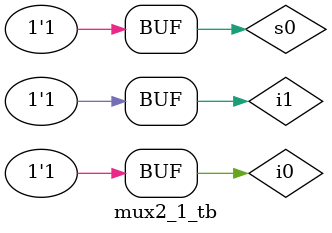
<source format=v>
module mux21_data(input i0,i1,s, output y );
	assign y = (~s&i0)|(s&i1);
endmodule

// Test bench

module mux2_1_tb;
reg s,i0,i1;
wire y;
mux2_1 dut(i0,i1,s,y);
initial
begin
s0=0; i0=0; i1=0;
#10;
s0=0; i0=0; i1=1;
#10;
s0=1; i0=1; i1=0;
#10
s0=1; i0=1; i1=1;
#10;
end 
endmodule

</source>
